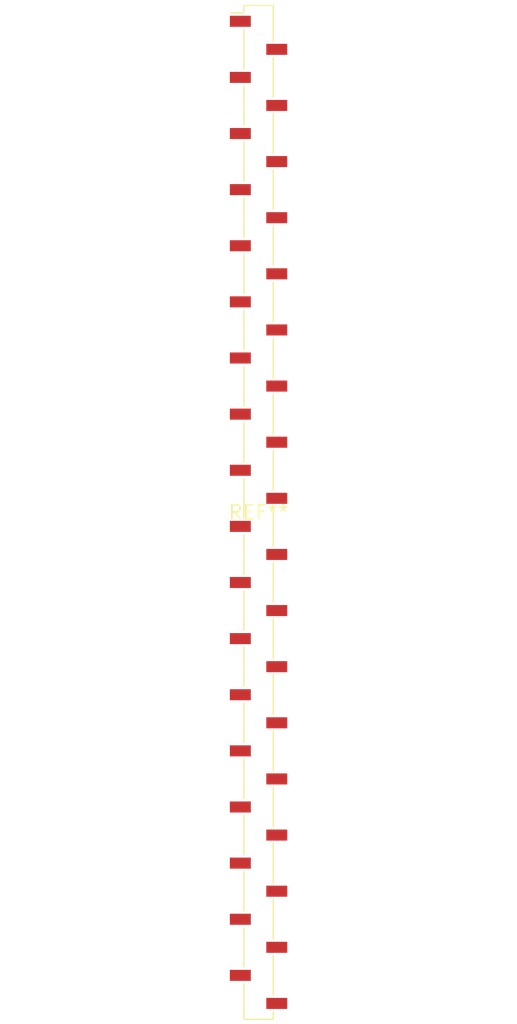
<source format=kicad_pcb>
(kicad_pcb (version 20240108) (generator pcbnew)
  (layers (0 "F.Cu" signal) (31 "B.Cu" signal) (34 "B.Paste" user) (35 "F.Paste" user) (36 "B.SilkS" user "B.Silkscreen") (37 "F.SilkS" user "F.Silkscreen") (38 "B.Mask" user) (39 "F.Mask" user) (44 "Edge.Cuts" user))
  (net 0 "")
  (footprint "PinSocket_1x36_P2.54mm_Vertical_SMD_Pin1Left" (layer "F.Cu") (at 0 0)
    (property "Reference" "REF**")
    (property "Value" "PinSocket_1x36_P2.54mm_Vertical_SMD_Pin1Left")
    (fp_line (start -2.54 -45.21) (end -1.33 -45.21) (layer "F.SilkS") (stroke (width 0.12)))
    (fp_line (start -1.33 -45.88) (end -1.33 -45.21) (layer "F.SilkS") (stroke (width 0.12)))
    (fp_line (start -1.33 -45.88) (end 1.33 -45.88) (layer "F.SilkS") (stroke (width 0.12)))
    (fp_line (start -1.33 -43.69) (end -1.33 -40.13) (layer "F.SilkS") (stroke (width 0.12)))
    (fp_line (start -1.33 -38.61) (end -1.33 -35.05) (layer "F.SilkS") (stroke (width 0.12)))
    (fp_line (start -1.33 -33.53) (end -1.33 -29.97) (layer "F.SilkS") (stroke (width 0.12)))
    (fp_line (start -1.33 -28.45) (end -1.33 -24.89) (layer "F.SilkS") (stroke (width 0.12)))
    (fp_line (start -1.33 -23.37) (end -1.33 -19.81) (layer "F.SilkS") (stroke (width 0.12)))
    (fp_line (start -1.33 -18.29) (end -1.33 -14.73) (layer "F.SilkS") (stroke (width 0.12)))
    (fp_line (start -1.33 -13.21) (end -1.33 -9.65) (layer "F.SilkS") (stroke (width 0.12)))
    (fp_line (start -1.33 -8.13) (end -1.33 -4.57) (layer "F.SilkS") (stroke (width 0.12)))
    (fp_line (start -1.33 -3.05) (end -1.33 0.51) (layer "F.SilkS") (stroke (width 0.12)))
    (fp_line (start -1.33 2.03) (end -1.33 5.59) (layer "F.SilkS") (stroke (width 0.12)))
    (fp_line (start -1.33 7.11) (end -1.33 10.67) (layer "F.SilkS") (stroke (width 0.12)))
    (fp_line (start -1.33 12.19) (end -1.33 15.75) (layer "F.SilkS") (stroke (width 0.12)))
    (fp_line (start -1.33 17.27) (end -1.33 20.83) (layer "F.SilkS") (stroke (width 0.12)))
    (fp_line (start -1.33 22.35) (end -1.33 25.91) (layer "F.SilkS") (stroke (width 0.12)))
    (fp_line (start -1.33 27.43) (end -1.33 30.99) (layer "F.SilkS") (stroke (width 0.12)))
    (fp_line (start -1.33 32.51) (end -1.33 36.07) (layer "F.SilkS") (stroke (width 0.12)))
    (fp_line (start -1.33 37.59) (end -1.33 41.15) (layer "F.SilkS") (stroke (width 0.12)))
    (fp_line (start -1.33 42.67) (end -1.33 45.88) (layer "F.SilkS") (stroke (width 0.12)))
    (fp_line (start -1.33 45.88) (end 1.33 45.88) (layer "F.SilkS") (stroke (width 0.12)))
    (fp_line (start 1.33 -45.88) (end 1.33 -42.67) (layer "F.SilkS") (stroke (width 0.12)))
    (fp_line (start 1.33 -41.15) (end 1.33 -37.59) (layer "F.SilkS") (stroke (width 0.12)))
    (fp_line (start 1.33 -36.07) (end 1.33 -32.51) (layer "F.SilkS") (stroke (width 0.12)))
    (fp_line (start 1.33 -30.99) (end 1.33 -27.43) (layer "F.SilkS") (stroke (width 0.12)))
    (fp_line (start 1.33 -25.91) (end 1.33 -22.35) (layer "F.SilkS") (stroke (width 0.12)))
    (fp_line (start 1.33 -20.83) (end 1.33 -17.27) (layer "F.SilkS") (stroke (width 0.12)))
    (fp_line (start 1.33 -15.75) (end 1.33 -12.19) (layer "F.SilkS") (stroke (width 0.12)))
    (fp_line (start 1.33 -10.67) (end 1.33 -7.11) (layer "F.SilkS") (stroke (width 0.12)))
    (fp_line (start 1.33 -5.59) (end 1.33 -2.03) (layer "F.SilkS") (stroke (width 0.12)))
    (fp_line (start 1.33 -0.51) (end 1.33 3.05) (layer "F.SilkS") (stroke (width 0.12)))
    (fp_line (start 1.33 4.57) (end 1.33 8.13) (layer "F.SilkS") (stroke (width 0.12)))
    (fp_line (start 1.33 9.65) (end 1.33 13.21) (layer "F.SilkS") (stroke (width 0.12)))
    (fp_line (start 1.33 14.73) (end 1.33 18.29) (layer "F.SilkS") (stroke (width 0.12)))
    (fp_line (start 1.33 19.81) (end 1.33 23.37) (layer "F.SilkS") (stroke (width 0.12)))
    (fp_line (start 1.33 24.89) (end 1.33 28.45) (layer "F.SilkS") (stroke (width 0.12)))
    (fp_line (start 1.33 29.97) (end 1.33 33.53) (layer "F.SilkS") (stroke (width 0.12)))
    (fp_line (start 1.33 35.05) (end 1.33 38.61) (layer "F.SilkS") (stroke (width 0.12)))
    (fp_line (start 1.33 40.13) (end 1.33 43.69) (layer "F.SilkS") (stroke (width 0.12)))
    (fp_line (start 1.33 45.21) (end 1.33 45.88) (layer "F.SilkS") (stroke (width 0.12)))
    (pad "1" smd rect (at -1.65 -44.45) (size 1.9 1) (layers "F.Cu" "F.Paste" "F.Mask"))
    (pad "2" smd rect (at 1.65 -41.91) (size 1.9 1) (layers "F.Cu" "F.Paste" "F.Mask"))
    (pad "3" smd rect (at -1.65 -39.37) (size 1.9 1) (layers "F.Cu" "F.Paste" "F.Mask"))
    (pad "4" smd rect (at 1.65 -36.83) (size 1.9 1) (layers "F.Cu" "F.Paste" "F.Mask"))
    (pad "5" smd rect (at -1.65 -34.29) (size 1.9 1) (layers "F.Cu" "F.Paste" "F.Mask"))
    (pad "6" smd rect (at 1.65 -31.75) (size 1.9 1) (layers "F.Cu" "F.Paste" "F.Mask"))
    (pad "7" smd rect (at -1.65 -29.21) (size 1.9 1) (layers "F.Cu" "F.Paste" "F.Mask"))
    (pad "8" smd rect (at 1.65 -26.67) (size 1.9 1) (layers "F.Cu" "F.Paste" "F.Mask"))
    (pad "9" smd rect (at -1.65 -24.13) (size 1.9 1) (layers "F.Cu" "F.Paste" "F.Mask"))
    (pad "10" smd rect (at 1.65 -21.59) (size 1.9 1) (layers "F.Cu" "F.Paste" "F.Mask"))
    (pad "11" smd rect (at -1.65 -19.05) (size 1.9 1) (layers "F.Cu" "F.Paste" "F.Mask"))
    (pad "12" smd rect (at 1.65 -16.51) (size 1.9 1) (layers "F.Cu" "F.Paste" "F.Mask"))
    (pad "13" smd rect (at -1.65 -13.97) (size 1.9 1) (layers "F.Cu" "F.Paste" "F.Mask"))
    (pad "14" smd rect (at 1.65 -11.43) (size 1.9 1) (layers "F.Cu" "F.Paste" "F.Mask"))
    (pad "15" smd rect (at -1.65 -8.89) (size 1.9 1) (layers "F.Cu" "F.Paste" "F.Mask"))
    (pad "16" smd rect (at 1.65 -6.35) (size 1.9 1) (layers "F.Cu" "F.Paste" "F.Mask"))
    (pad "17" smd rect (at -1.65 -3.81) (size 1.9 1) (layers "F.Cu" "F.Paste" "F.Mask"))
    (pad "18" smd rect (at 1.65 -1.27) (size 1.9 1) (layers "F.Cu" "F.Paste" "F.Mask"))
    (pad "19" smd rect (at -1.65 1.27) (size 1.9 1) (layers "F.Cu" "F.Paste" "F.Mask"))
    (pad "20" smd rect (at 1.65 3.81) (size 1.9 1) (layers "F.Cu" "F.Paste" "F.Mask"))
    (pad "21" smd rect (at -1.65 6.35) (size 1.9 1) (layers "F.Cu" "F.Paste" "F.Mask"))
    (pad "22" smd rect (at 1.65 8.89) (size 1.9 1) (layers "F.Cu" "F.Paste" "F.Mask"))
    (pad "23" smd rect (at -1.65 11.43) (size 1.9 1) (layers "F.Cu" "F.Paste" "F.Mask"))
    (pad "24" smd rect (at 1.65 13.97) (size 1.9 1) (layers "F.Cu" "F.Paste" "F.Mask"))
    (pad "25" smd rect (at -1.65 16.51) (size 1.9 1) (layers "F.Cu" "F.Paste" "F.Mask"))
    (pad "26" smd rect (at 1.65 19.05) (size 1.9 1) (layers "F.Cu" "F.Paste" "F.Mask"))
    (pad "27" smd rect (at -1.65 21.59) (size 1.9 1) (layers "F.Cu" "F.Paste" "F.Mask"))
    (pad "28" smd rect (at 1.65 24.13) (size 1.9 1) (layers "F.Cu" "F.Paste" "F.Mask"))
    (pad "29" smd rect (at -1.65 26.67) (size 1.9 1) (layers "F.Cu" "F.Paste" "F.Mask"))
    (pad "30" smd rect (at 1.65 29.21) (size 1.9 1) (layers "F.Cu" "F.Paste" "F.Mask"))
    (pad "31" smd rect (at -1.65 31.75) (size 1.9 1) (layers "F.Cu" "F.Paste" "F.Mask"))
    (pad "32" smd rect (at 1.65 34.29) (size 1.9 1) (layers "F.Cu" "F.Paste" "F.Mask"))
    (pad "33" smd rect (at -1.65 36.83) (size 1.9 1) (layers "F.Cu" "F.Paste" "F.Mask"))
    (pad "34" smd rect (at 1.65 39.37) (size 1.9 1) (layers "F.Cu" "F.Paste" "F.Mask"))
    (pad "35" smd rect (at -1.65 41.91) (size 1.9 1) (layers "F.Cu" "F.Paste" "F.Mask"))
    (pad "36" smd rect (at 1.65 44.45) (size 1.9 1) (layers "F.Cu" "F.Paste" "F.Mask"))
  )
)
</source>
